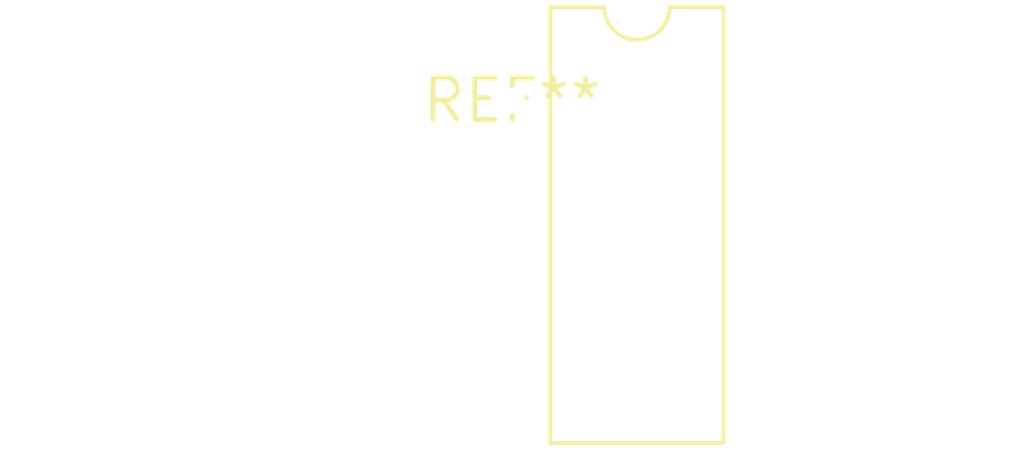
<source format=kicad_pcb>
(kicad_pcb (version 20240108) (generator pcbnew)
  (layers (0 "F.Cu" signal) (31 "B.Cu" signal) (34 "B.Paste" user) (35 "F.Paste" user) (36 "B.SilkS" user "B.Silkscreen") (37 "F.SilkS" user "F.Silkscreen") (38 "B.Mask" user) (39 "F.Mask" user) (44 "Edge.Cuts" user))
  (net 0 "")
  (footprint "CERDIP-8_W7.62mm_SideBrazed" (layer "F.Cu") (at 0 0)
    (property "Reference" "REF**")
    (property "Value" "CERDIP-8_W7.62mm_SideBrazed")
    (fp_line (start 1.16 -2.855) (end 1.16 10.475) (layer "F.SilkS") (stroke (width 0.12)))
    (fp_line (start 1.16 10.475) (end 6.46 10.475) (layer "F.SilkS") (stroke (width 0.12)))
    (fp_line (start 2.81 -2.855) (end 1.16 -2.855) (layer "F.SilkS") (stroke (width 0.12)))
    (fp_line (start 6.46 -2.855) (end 4.81 -2.855) (layer "F.SilkS") (stroke (width 0.12)))
    (fp_line (start 6.46 10.475) (end 6.46 -2.855) (layer "F.SilkS") (stroke (width 0.12)))
    (fp_arc (start 4.81 -2.855) (mid 3.81 -1.855) (end 2.81 -2.855) (layer "F.SilkS") (stroke (width 0.12)))
    (pad "1" thru_hole rect (at 0 0) (size 1.6 1.6) (drill 0.8) (layers *.Cu *.Mask) (remove_unused_layers))
    (pad "2" thru_hole circle (at 0 2.54) (size 1.6 1.6) (drill 0.8) (layers *.Cu *.Mask) (remove_unused_layers))
    (pad "3" thru_hole circle (at 0 5.08) (size 1.6 1.6) (drill 0.8) (layers *.Cu *.Mask) (remove_unused_layers))
    (pad "4" thru_hole circle (at 0 7.62) (size 1.6 1.6) (drill 0.8) (layers *.Cu *.Mask) (remove_unused_layers))
    (pad "5" thru_hole circle (at 7.62 7.62) (size 1.6 1.6) (drill 0.8) (layers *.Cu *.Mask) (remove_unused_layers))
    (pad "6" thru_hole circle (at 7.62 5.08) (size 1.6 1.6) (drill 0.8) (layers *.Cu *.Mask) (remove_unused_layers))
    (pad "7" thru_hole circle (at 7.62 2.54) (size 1.6 1.6) (drill 0.8) (layers *.Cu *.Mask) (remove_unused_layers))
    (pad "8" thru_hole circle (at 7.62 0) (size 1.6 1.6) (drill 0.8) (layers *.Cu *.Mask) (remove_unused_layers))
  )
)
</source>
